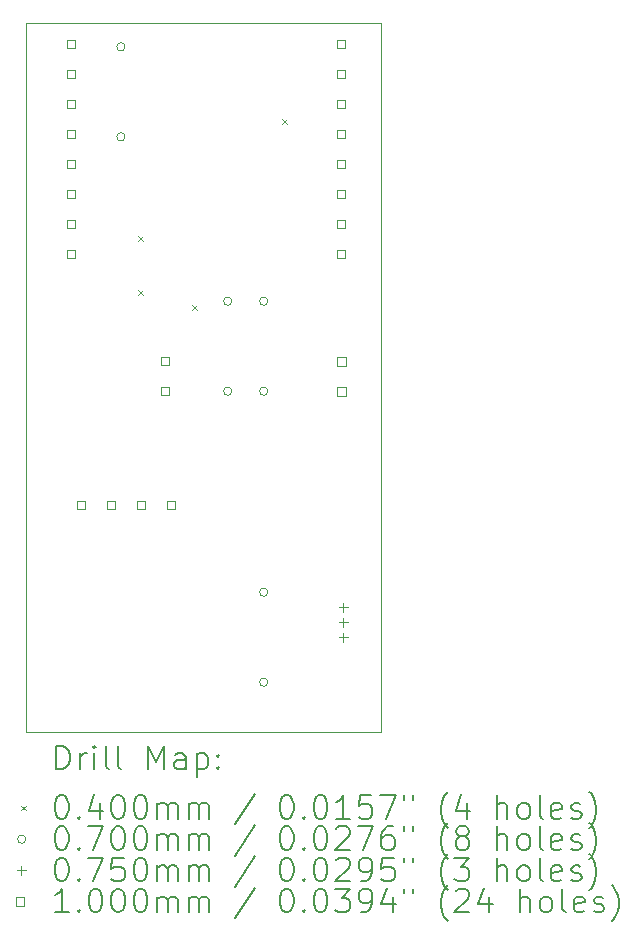
<source format=gbr>
%TF.GenerationSoftware,KiCad,Pcbnew,(6.0.9)*%
%TF.CreationDate,2023-04-16T11:33:18+02:00*%
%TF.ProjectId,PCB_zavrsni,5043425f-7a61-4767-9273-6e692e6b6963,rev?*%
%TF.SameCoordinates,Original*%
%TF.FileFunction,Drillmap*%
%TF.FilePolarity,Positive*%
%FSLAX45Y45*%
G04 Gerber Fmt 4.5, Leading zero omitted, Abs format (unit mm)*
G04 Created by KiCad (PCBNEW (6.0.9)) date 2023-04-16 11:33:18*
%MOMM*%
%LPD*%
G01*
G04 APERTURE LIST*
%ADD10C,0.100000*%
%ADD11C,0.200000*%
%ADD12C,0.040000*%
%ADD13C,0.070000*%
%ADD14C,0.075000*%
G04 APERTURE END LIST*
D10*
X19200000Y-4250000D02*
X22200000Y-4250000D01*
X22200000Y-4250000D02*
X22200000Y-10250000D01*
X22200000Y-10250000D02*
X19200000Y-10250000D01*
X19200000Y-10250000D02*
X19200000Y-4250000D01*
D11*
D12*
X20147600Y-6050600D02*
X20187600Y-6090600D01*
X20187600Y-6050600D02*
X20147600Y-6090600D01*
X20147600Y-6507800D02*
X20187600Y-6547800D01*
X20187600Y-6507800D02*
X20147600Y-6547800D01*
X20604800Y-6634800D02*
X20644800Y-6674800D01*
X20644800Y-6634800D02*
X20604800Y-6674800D01*
X21366800Y-5060000D02*
X21406800Y-5100000D01*
X21406800Y-5060000D02*
X21366800Y-5100000D01*
D13*
X20035000Y-4450000D02*
G75*
G03*
X20035000Y-4450000I-35000J0D01*
G01*
X20035000Y-5212000D02*
G75*
G03*
X20035000Y-5212000I-35000J0D01*
G01*
X20939200Y-6604000D02*
G75*
G03*
X20939200Y-6604000I-35000J0D01*
G01*
X20939200Y-7366000D02*
G75*
G03*
X20939200Y-7366000I-35000J0D01*
G01*
X21244000Y-6604000D02*
G75*
G03*
X21244000Y-6604000I-35000J0D01*
G01*
X21244000Y-7366000D02*
G75*
G03*
X21244000Y-7366000I-35000J0D01*
G01*
X21244000Y-9067800D02*
G75*
G03*
X21244000Y-9067800I-35000J0D01*
G01*
X21244000Y-9829800D02*
G75*
G03*
X21244000Y-9829800I-35000J0D01*
G01*
D14*
X21884200Y-9157300D02*
X21884200Y-9232300D01*
X21846700Y-9194800D02*
X21921700Y-9194800D01*
X21884200Y-9284300D02*
X21884200Y-9359300D01*
X21846700Y-9321800D02*
X21921700Y-9321800D01*
X21884200Y-9411300D02*
X21884200Y-9486300D01*
X21846700Y-9448800D02*
X21921700Y-9448800D01*
D10*
X19610356Y-4460356D02*
X19610356Y-4389644D01*
X19539644Y-4389644D01*
X19539644Y-4460356D01*
X19610356Y-4460356D01*
X19610356Y-4714356D02*
X19610356Y-4643644D01*
X19539644Y-4643644D01*
X19539644Y-4714356D01*
X19610356Y-4714356D01*
X19610356Y-4968356D02*
X19610356Y-4897644D01*
X19539644Y-4897644D01*
X19539644Y-4968356D01*
X19610356Y-4968356D01*
X19610356Y-5222356D02*
X19610356Y-5151644D01*
X19539644Y-5151644D01*
X19539644Y-5222356D01*
X19610356Y-5222356D01*
X19610356Y-5476356D02*
X19610356Y-5405644D01*
X19539644Y-5405644D01*
X19539644Y-5476356D01*
X19610356Y-5476356D01*
X19610356Y-5730356D02*
X19610356Y-5659644D01*
X19539644Y-5659644D01*
X19539644Y-5730356D01*
X19610356Y-5730356D01*
X19610356Y-5984356D02*
X19610356Y-5913644D01*
X19539644Y-5913644D01*
X19539644Y-5984356D01*
X19610356Y-5984356D01*
X19610356Y-6238356D02*
X19610356Y-6167644D01*
X19539644Y-6167644D01*
X19539644Y-6238356D01*
X19610356Y-6238356D01*
X19699956Y-8362856D02*
X19699956Y-8292144D01*
X19629244Y-8292144D01*
X19629244Y-8362856D01*
X19699956Y-8362856D01*
X19953956Y-8362856D02*
X19953956Y-8292144D01*
X19883244Y-8292144D01*
X19883244Y-8362856D01*
X19953956Y-8362856D01*
X20207956Y-8362856D02*
X20207956Y-8292144D01*
X20137244Y-8292144D01*
X20137244Y-8362856D01*
X20207956Y-8362856D01*
X20411156Y-7145356D02*
X20411156Y-7074644D01*
X20340444Y-7074644D01*
X20340444Y-7145356D01*
X20411156Y-7145356D01*
X20411156Y-7399356D02*
X20411156Y-7328644D01*
X20340444Y-7328644D01*
X20340444Y-7399356D01*
X20411156Y-7399356D01*
X20461956Y-8362856D02*
X20461956Y-8292144D01*
X20391244Y-8292144D01*
X20391244Y-8362856D01*
X20461956Y-8362856D01*
X21896356Y-4460356D02*
X21896356Y-4389644D01*
X21825644Y-4389644D01*
X21825644Y-4460356D01*
X21896356Y-4460356D01*
X21896356Y-4714356D02*
X21896356Y-4643644D01*
X21825644Y-4643644D01*
X21825644Y-4714356D01*
X21896356Y-4714356D01*
X21896356Y-4968356D02*
X21896356Y-4897644D01*
X21825644Y-4897644D01*
X21825644Y-4968356D01*
X21896356Y-4968356D01*
X21896356Y-5222356D02*
X21896356Y-5151644D01*
X21825644Y-5151644D01*
X21825644Y-5222356D01*
X21896356Y-5222356D01*
X21896356Y-5476356D02*
X21896356Y-5405644D01*
X21825644Y-5405644D01*
X21825644Y-5476356D01*
X21896356Y-5476356D01*
X21896356Y-5730356D02*
X21896356Y-5659644D01*
X21825644Y-5659644D01*
X21825644Y-5730356D01*
X21896356Y-5730356D01*
X21896356Y-5984356D02*
X21896356Y-5913644D01*
X21825644Y-5913644D01*
X21825644Y-5984356D01*
X21896356Y-5984356D01*
X21896356Y-6238356D02*
X21896356Y-6167644D01*
X21825644Y-6167644D01*
X21825644Y-6238356D01*
X21896356Y-6238356D01*
X21904756Y-7149356D02*
X21904756Y-7078644D01*
X21834044Y-7078644D01*
X21834044Y-7149356D01*
X21904756Y-7149356D01*
X21904756Y-7403356D02*
X21904756Y-7332644D01*
X21834044Y-7332644D01*
X21834044Y-7403356D01*
X21904756Y-7403356D01*
D11*
X19452619Y-10565476D02*
X19452619Y-10365476D01*
X19500238Y-10365476D01*
X19528810Y-10375000D01*
X19547857Y-10394048D01*
X19557381Y-10413095D01*
X19566905Y-10451190D01*
X19566905Y-10479762D01*
X19557381Y-10517857D01*
X19547857Y-10536905D01*
X19528810Y-10555952D01*
X19500238Y-10565476D01*
X19452619Y-10565476D01*
X19652619Y-10565476D02*
X19652619Y-10432143D01*
X19652619Y-10470238D02*
X19662143Y-10451190D01*
X19671667Y-10441667D01*
X19690714Y-10432143D01*
X19709762Y-10432143D01*
X19776429Y-10565476D02*
X19776429Y-10432143D01*
X19776429Y-10365476D02*
X19766905Y-10375000D01*
X19776429Y-10384524D01*
X19785952Y-10375000D01*
X19776429Y-10365476D01*
X19776429Y-10384524D01*
X19900238Y-10565476D02*
X19881190Y-10555952D01*
X19871667Y-10536905D01*
X19871667Y-10365476D01*
X20005000Y-10565476D02*
X19985952Y-10555952D01*
X19976429Y-10536905D01*
X19976429Y-10365476D01*
X20233571Y-10565476D02*
X20233571Y-10365476D01*
X20300238Y-10508333D01*
X20366905Y-10365476D01*
X20366905Y-10565476D01*
X20547857Y-10565476D02*
X20547857Y-10460714D01*
X20538333Y-10441667D01*
X20519286Y-10432143D01*
X20481190Y-10432143D01*
X20462143Y-10441667D01*
X20547857Y-10555952D02*
X20528810Y-10565476D01*
X20481190Y-10565476D01*
X20462143Y-10555952D01*
X20452619Y-10536905D01*
X20452619Y-10517857D01*
X20462143Y-10498810D01*
X20481190Y-10489286D01*
X20528810Y-10489286D01*
X20547857Y-10479762D01*
X20643095Y-10432143D02*
X20643095Y-10632143D01*
X20643095Y-10441667D02*
X20662143Y-10432143D01*
X20700238Y-10432143D01*
X20719286Y-10441667D01*
X20728810Y-10451190D01*
X20738333Y-10470238D01*
X20738333Y-10527381D01*
X20728810Y-10546429D01*
X20719286Y-10555952D01*
X20700238Y-10565476D01*
X20662143Y-10565476D01*
X20643095Y-10555952D01*
X20824048Y-10546429D02*
X20833571Y-10555952D01*
X20824048Y-10565476D01*
X20814524Y-10555952D01*
X20824048Y-10546429D01*
X20824048Y-10565476D01*
X20824048Y-10441667D02*
X20833571Y-10451190D01*
X20824048Y-10460714D01*
X20814524Y-10451190D01*
X20824048Y-10441667D01*
X20824048Y-10460714D01*
D12*
X19155000Y-10875000D02*
X19195000Y-10915000D01*
X19195000Y-10875000D02*
X19155000Y-10915000D01*
D11*
X19490714Y-10785476D02*
X19509762Y-10785476D01*
X19528810Y-10795000D01*
X19538333Y-10804524D01*
X19547857Y-10823571D01*
X19557381Y-10861667D01*
X19557381Y-10909286D01*
X19547857Y-10947381D01*
X19538333Y-10966429D01*
X19528810Y-10975952D01*
X19509762Y-10985476D01*
X19490714Y-10985476D01*
X19471667Y-10975952D01*
X19462143Y-10966429D01*
X19452619Y-10947381D01*
X19443095Y-10909286D01*
X19443095Y-10861667D01*
X19452619Y-10823571D01*
X19462143Y-10804524D01*
X19471667Y-10795000D01*
X19490714Y-10785476D01*
X19643095Y-10966429D02*
X19652619Y-10975952D01*
X19643095Y-10985476D01*
X19633571Y-10975952D01*
X19643095Y-10966429D01*
X19643095Y-10985476D01*
X19824048Y-10852143D02*
X19824048Y-10985476D01*
X19776429Y-10775952D02*
X19728810Y-10918810D01*
X19852619Y-10918810D01*
X19966905Y-10785476D02*
X19985952Y-10785476D01*
X20005000Y-10795000D01*
X20014524Y-10804524D01*
X20024048Y-10823571D01*
X20033571Y-10861667D01*
X20033571Y-10909286D01*
X20024048Y-10947381D01*
X20014524Y-10966429D01*
X20005000Y-10975952D01*
X19985952Y-10985476D01*
X19966905Y-10985476D01*
X19947857Y-10975952D01*
X19938333Y-10966429D01*
X19928810Y-10947381D01*
X19919286Y-10909286D01*
X19919286Y-10861667D01*
X19928810Y-10823571D01*
X19938333Y-10804524D01*
X19947857Y-10795000D01*
X19966905Y-10785476D01*
X20157381Y-10785476D02*
X20176429Y-10785476D01*
X20195476Y-10795000D01*
X20205000Y-10804524D01*
X20214524Y-10823571D01*
X20224048Y-10861667D01*
X20224048Y-10909286D01*
X20214524Y-10947381D01*
X20205000Y-10966429D01*
X20195476Y-10975952D01*
X20176429Y-10985476D01*
X20157381Y-10985476D01*
X20138333Y-10975952D01*
X20128810Y-10966429D01*
X20119286Y-10947381D01*
X20109762Y-10909286D01*
X20109762Y-10861667D01*
X20119286Y-10823571D01*
X20128810Y-10804524D01*
X20138333Y-10795000D01*
X20157381Y-10785476D01*
X20309762Y-10985476D02*
X20309762Y-10852143D01*
X20309762Y-10871190D02*
X20319286Y-10861667D01*
X20338333Y-10852143D01*
X20366905Y-10852143D01*
X20385952Y-10861667D01*
X20395476Y-10880714D01*
X20395476Y-10985476D01*
X20395476Y-10880714D02*
X20405000Y-10861667D01*
X20424048Y-10852143D01*
X20452619Y-10852143D01*
X20471667Y-10861667D01*
X20481190Y-10880714D01*
X20481190Y-10985476D01*
X20576429Y-10985476D02*
X20576429Y-10852143D01*
X20576429Y-10871190D02*
X20585952Y-10861667D01*
X20605000Y-10852143D01*
X20633571Y-10852143D01*
X20652619Y-10861667D01*
X20662143Y-10880714D01*
X20662143Y-10985476D01*
X20662143Y-10880714D02*
X20671667Y-10861667D01*
X20690714Y-10852143D01*
X20719286Y-10852143D01*
X20738333Y-10861667D01*
X20747857Y-10880714D01*
X20747857Y-10985476D01*
X21138333Y-10775952D02*
X20966905Y-11033095D01*
X21395476Y-10785476D02*
X21414524Y-10785476D01*
X21433571Y-10795000D01*
X21443095Y-10804524D01*
X21452619Y-10823571D01*
X21462143Y-10861667D01*
X21462143Y-10909286D01*
X21452619Y-10947381D01*
X21443095Y-10966429D01*
X21433571Y-10975952D01*
X21414524Y-10985476D01*
X21395476Y-10985476D01*
X21376429Y-10975952D01*
X21366905Y-10966429D01*
X21357381Y-10947381D01*
X21347857Y-10909286D01*
X21347857Y-10861667D01*
X21357381Y-10823571D01*
X21366905Y-10804524D01*
X21376429Y-10795000D01*
X21395476Y-10785476D01*
X21547857Y-10966429D02*
X21557381Y-10975952D01*
X21547857Y-10985476D01*
X21538333Y-10975952D01*
X21547857Y-10966429D01*
X21547857Y-10985476D01*
X21681190Y-10785476D02*
X21700238Y-10785476D01*
X21719286Y-10795000D01*
X21728810Y-10804524D01*
X21738333Y-10823571D01*
X21747857Y-10861667D01*
X21747857Y-10909286D01*
X21738333Y-10947381D01*
X21728810Y-10966429D01*
X21719286Y-10975952D01*
X21700238Y-10985476D01*
X21681190Y-10985476D01*
X21662143Y-10975952D01*
X21652619Y-10966429D01*
X21643095Y-10947381D01*
X21633571Y-10909286D01*
X21633571Y-10861667D01*
X21643095Y-10823571D01*
X21652619Y-10804524D01*
X21662143Y-10795000D01*
X21681190Y-10785476D01*
X21938333Y-10985476D02*
X21824048Y-10985476D01*
X21881190Y-10985476D02*
X21881190Y-10785476D01*
X21862143Y-10814048D01*
X21843095Y-10833095D01*
X21824048Y-10842619D01*
X22119286Y-10785476D02*
X22024048Y-10785476D01*
X22014524Y-10880714D01*
X22024048Y-10871190D01*
X22043095Y-10861667D01*
X22090714Y-10861667D01*
X22109762Y-10871190D01*
X22119286Y-10880714D01*
X22128810Y-10899762D01*
X22128810Y-10947381D01*
X22119286Y-10966429D01*
X22109762Y-10975952D01*
X22090714Y-10985476D01*
X22043095Y-10985476D01*
X22024048Y-10975952D01*
X22014524Y-10966429D01*
X22195476Y-10785476D02*
X22328810Y-10785476D01*
X22243095Y-10985476D01*
X22395476Y-10785476D02*
X22395476Y-10823571D01*
X22471667Y-10785476D02*
X22471667Y-10823571D01*
X22766905Y-11061667D02*
X22757381Y-11052143D01*
X22738333Y-11023571D01*
X22728809Y-11004524D01*
X22719286Y-10975952D01*
X22709762Y-10928333D01*
X22709762Y-10890238D01*
X22719286Y-10842619D01*
X22728809Y-10814048D01*
X22738333Y-10795000D01*
X22757381Y-10766429D01*
X22766905Y-10756905D01*
X22928809Y-10852143D02*
X22928809Y-10985476D01*
X22881190Y-10775952D02*
X22833571Y-10918810D01*
X22957381Y-10918810D01*
X23185952Y-10985476D02*
X23185952Y-10785476D01*
X23271667Y-10985476D02*
X23271667Y-10880714D01*
X23262143Y-10861667D01*
X23243095Y-10852143D01*
X23214524Y-10852143D01*
X23195476Y-10861667D01*
X23185952Y-10871190D01*
X23395476Y-10985476D02*
X23376428Y-10975952D01*
X23366905Y-10966429D01*
X23357381Y-10947381D01*
X23357381Y-10890238D01*
X23366905Y-10871190D01*
X23376428Y-10861667D01*
X23395476Y-10852143D01*
X23424048Y-10852143D01*
X23443095Y-10861667D01*
X23452619Y-10871190D01*
X23462143Y-10890238D01*
X23462143Y-10947381D01*
X23452619Y-10966429D01*
X23443095Y-10975952D01*
X23424048Y-10985476D01*
X23395476Y-10985476D01*
X23576428Y-10985476D02*
X23557381Y-10975952D01*
X23547857Y-10956905D01*
X23547857Y-10785476D01*
X23728809Y-10975952D02*
X23709762Y-10985476D01*
X23671667Y-10985476D01*
X23652619Y-10975952D01*
X23643095Y-10956905D01*
X23643095Y-10880714D01*
X23652619Y-10861667D01*
X23671667Y-10852143D01*
X23709762Y-10852143D01*
X23728809Y-10861667D01*
X23738333Y-10880714D01*
X23738333Y-10899762D01*
X23643095Y-10918810D01*
X23814524Y-10975952D02*
X23833571Y-10985476D01*
X23871667Y-10985476D01*
X23890714Y-10975952D01*
X23900238Y-10956905D01*
X23900238Y-10947381D01*
X23890714Y-10928333D01*
X23871667Y-10918810D01*
X23843095Y-10918810D01*
X23824048Y-10909286D01*
X23814524Y-10890238D01*
X23814524Y-10880714D01*
X23824048Y-10861667D01*
X23843095Y-10852143D01*
X23871667Y-10852143D01*
X23890714Y-10861667D01*
X23966905Y-11061667D02*
X23976428Y-11052143D01*
X23995476Y-11023571D01*
X24005000Y-11004524D01*
X24014524Y-10975952D01*
X24024048Y-10928333D01*
X24024048Y-10890238D01*
X24014524Y-10842619D01*
X24005000Y-10814048D01*
X23995476Y-10795000D01*
X23976428Y-10766429D01*
X23966905Y-10756905D01*
D13*
X19195000Y-11159000D02*
G75*
G03*
X19195000Y-11159000I-35000J0D01*
G01*
D11*
X19490714Y-11049476D02*
X19509762Y-11049476D01*
X19528810Y-11059000D01*
X19538333Y-11068524D01*
X19547857Y-11087571D01*
X19557381Y-11125667D01*
X19557381Y-11173286D01*
X19547857Y-11211381D01*
X19538333Y-11230428D01*
X19528810Y-11239952D01*
X19509762Y-11249476D01*
X19490714Y-11249476D01*
X19471667Y-11239952D01*
X19462143Y-11230428D01*
X19452619Y-11211381D01*
X19443095Y-11173286D01*
X19443095Y-11125667D01*
X19452619Y-11087571D01*
X19462143Y-11068524D01*
X19471667Y-11059000D01*
X19490714Y-11049476D01*
X19643095Y-11230428D02*
X19652619Y-11239952D01*
X19643095Y-11249476D01*
X19633571Y-11239952D01*
X19643095Y-11230428D01*
X19643095Y-11249476D01*
X19719286Y-11049476D02*
X19852619Y-11049476D01*
X19766905Y-11249476D01*
X19966905Y-11049476D02*
X19985952Y-11049476D01*
X20005000Y-11059000D01*
X20014524Y-11068524D01*
X20024048Y-11087571D01*
X20033571Y-11125667D01*
X20033571Y-11173286D01*
X20024048Y-11211381D01*
X20014524Y-11230428D01*
X20005000Y-11239952D01*
X19985952Y-11249476D01*
X19966905Y-11249476D01*
X19947857Y-11239952D01*
X19938333Y-11230428D01*
X19928810Y-11211381D01*
X19919286Y-11173286D01*
X19919286Y-11125667D01*
X19928810Y-11087571D01*
X19938333Y-11068524D01*
X19947857Y-11059000D01*
X19966905Y-11049476D01*
X20157381Y-11049476D02*
X20176429Y-11049476D01*
X20195476Y-11059000D01*
X20205000Y-11068524D01*
X20214524Y-11087571D01*
X20224048Y-11125667D01*
X20224048Y-11173286D01*
X20214524Y-11211381D01*
X20205000Y-11230428D01*
X20195476Y-11239952D01*
X20176429Y-11249476D01*
X20157381Y-11249476D01*
X20138333Y-11239952D01*
X20128810Y-11230428D01*
X20119286Y-11211381D01*
X20109762Y-11173286D01*
X20109762Y-11125667D01*
X20119286Y-11087571D01*
X20128810Y-11068524D01*
X20138333Y-11059000D01*
X20157381Y-11049476D01*
X20309762Y-11249476D02*
X20309762Y-11116143D01*
X20309762Y-11135190D02*
X20319286Y-11125667D01*
X20338333Y-11116143D01*
X20366905Y-11116143D01*
X20385952Y-11125667D01*
X20395476Y-11144714D01*
X20395476Y-11249476D01*
X20395476Y-11144714D02*
X20405000Y-11125667D01*
X20424048Y-11116143D01*
X20452619Y-11116143D01*
X20471667Y-11125667D01*
X20481190Y-11144714D01*
X20481190Y-11249476D01*
X20576429Y-11249476D02*
X20576429Y-11116143D01*
X20576429Y-11135190D02*
X20585952Y-11125667D01*
X20605000Y-11116143D01*
X20633571Y-11116143D01*
X20652619Y-11125667D01*
X20662143Y-11144714D01*
X20662143Y-11249476D01*
X20662143Y-11144714D02*
X20671667Y-11125667D01*
X20690714Y-11116143D01*
X20719286Y-11116143D01*
X20738333Y-11125667D01*
X20747857Y-11144714D01*
X20747857Y-11249476D01*
X21138333Y-11039952D02*
X20966905Y-11297095D01*
X21395476Y-11049476D02*
X21414524Y-11049476D01*
X21433571Y-11059000D01*
X21443095Y-11068524D01*
X21452619Y-11087571D01*
X21462143Y-11125667D01*
X21462143Y-11173286D01*
X21452619Y-11211381D01*
X21443095Y-11230428D01*
X21433571Y-11239952D01*
X21414524Y-11249476D01*
X21395476Y-11249476D01*
X21376429Y-11239952D01*
X21366905Y-11230428D01*
X21357381Y-11211381D01*
X21347857Y-11173286D01*
X21347857Y-11125667D01*
X21357381Y-11087571D01*
X21366905Y-11068524D01*
X21376429Y-11059000D01*
X21395476Y-11049476D01*
X21547857Y-11230428D02*
X21557381Y-11239952D01*
X21547857Y-11249476D01*
X21538333Y-11239952D01*
X21547857Y-11230428D01*
X21547857Y-11249476D01*
X21681190Y-11049476D02*
X21700238Y-11049476D01*
X21719286Y-11059000D01*
X21728810Y-11068524D01*
X21738333Y-11087571D01*
X21747857Y-11125667D01*
X21747857Y-11173286D01*
X21738333Y-11211381D01*
X21728810Y-11230428D01*
X21719286Y-11239952D01*
X21700238Y-11249476D01*
X21681190Y-11249476D01*
X21662143Y-11239952D01*
X21652619Y-11230428D01*
X21643095Y-11211381D01*
X21633571Y-11173286D01*
X21633571Y-11125667D01*
X21643095Y-11087571D01*
X21652619Y-11068524D01*
X21662143Y-11059000D01*
X21681190Y-11049476D01*
X21824048Y-11068524D02*
X21833571Y-11059000D01*
X21852619Y-11049476D01*
X21900238Y-11049476D01*
X21919286Y-11059000D01*
X21928810Y-11068524D01*
X21938333Y-11087571D01*
X21938333Y-11106619D01*
X21928810Y-11135190D01*
X21814524Y-11249476D01*
X21938333Y-11249476D01*
X22005000Y-11049476D02*
X22138333Y-11049476D01*
X22052619Y-11249476D01*
X22300238Y-11049476D02*
X22262143Y-11049476D01*
X22243095Y-11059000D01*
X22233571Y-11068524D01*
X22214524Y-11097095D01*
X22205000Y-11135190D01*
X22205000Y-11211381D01*
X22214524Y-11230428D01*
X22224048Y-11239952D01*
X22243095Y-11249476D01*
X22281190Y-11249476D01*
X22300238Y-11239952D01*
X22309762Y-11230428D01*
X22319286Y-11211381D01*
X22319286Y-11163762D01*
X22309762Y-11144714D01*
X22300238Y-11135190D01*
X22281190Y-11125667D01*
X22243095Y-11125667D01*
X22224048Y-11135190D01*
X22214524Y-11144714D01*
X22205000Y-11163762D01*
X22395476Y-11049476D02*
X22395476Y-11087571D01*
X22471667Y-11049476D02*
X22471667Y-11087571D01*
X22766905Y-11325667D02*
X22757381Y-11316143D01*
X22738333Y-11287571D01*
X22728809Y-11268524D01*
X22719286Y-11239952D01*
X22709762Y-11192333D01*
X22709762Y-11154238D01*
X22719286Y-11106619D01*
X22728809Y-11078048D01*
X22738333Y-11059000D01*
X22757381Y-11030429D01*
X22766905Y-11020905D01*
X22871667Y-11135190D02*
X22852619Y-11125667D01*
X22843095Y-11116143D01*
X22833571Y-11097095D01*
X22833571Y-11087571D01*
X22843095Y-11068524D01*
X22852619Y-11059000D01*
X22871667Y-11049476D01*
X22909762Y-11049476D01*
X22928809Y-11059000D01*
X22938333Y-11068524D01*
X22947857Y-11087571D01*
X22947857Y-11097095D01*
X22938333Y-11116143D01*
X22928809Y-11125667D01*
X22909762Y-11135190D01*
X22871667Y-11135190D01*
X22852619Y-11144714D01*
X22843095Y-11154238D01*
X22833571Y-11173286D01*
X22833571Y-11211381D01*
X22843095Y-11230428D01*
X22852619Y-11239952D01*
X22871667Y-11249476D01*
X22909762Y-11249476D01*
X22928809Y-11239952D01*
X22938333Y-11230428D01*
X22947857Y-11211381D01*
X22947857Y-11173286D01*
X22938333Y-11154238D01*
X22928809Y-11144714D01*
X22909762Y-11135190D01*
X23185952Y-11249476D02*
X23185952Y-11049476D01*
X23271667Y-11249476D02*
X23271667Y-11144714D01*
X23262143Y-11125667D01*
X23243095Y-11116143D01*
X23214524Y-11116143D01*
X23195476Y-11125667D01*
X23185952Y-11135190D01*
X23395476Y-11249476D02*
X23376428Y-11239952D01*
X23366905Y-11230428D01*
X23357381Y-11211381D01*
X23357381Y-11154238D01*
X23366905Y-11135190D01*
X23376428Y-11125667D01*
X23395476Y-11116143D01*
X23424048Y-11116143D01*
X23443095Y-11125667D01*
X23452619Y-11135190D01*
X23462143Y-11154238D01*
X23462143Y-11211381D01*
X23452619Y-11230428D01*
X23443095Y-11239952D01*
X23424048Y-11249476D01*
X23395476Y-11249476D01*
X23576428Y-11249476D02*
X23557381Y-11239952D01*
X23547857Y-11220905D01*
X23547857Y-11049476D01*
X23728809Y-11239952D02*
X23709762Y-11249476D01*
X23671667Y-11249476D01*
X23652619Y-11239952D01*
X23643095Y-11220905D01*
X23643095Y-11144714D01*
X23652619Y-11125667D01*
X23671667Y-11116143D01*
X23709762Y-11116143D01*
X23728809Y-11125667D01*
X23738333Y-11144714D01*
X23738333Y-11163762D01*
X23643095Y-11182810D01*
X23814524Y-11239952D02*
X23833571Y-11249476D01*
X23871667Y-11249476D01*
X23890714Y-11239952D01*
X23900238Y-11220905D01*
X23900238Y-11211381D01*
X23890714Y-11192333D01*
X23871667Y-11182810D01*
X23843095Y-11182810D01*
X23824048Y-11173286D01*
X23814524Y-11154238D01*
X23814524Y-11144714D01*
X23824048Y-11125667D01*
X23843095Y-11116143D01*
X23871667Y-11116143D01*
X23890714Y-11125667D01*
X23966905Y-11325667D02*
X23976428Y-11316143D01*
X23995476Y-11287571D01*
X24005000Y-11268524D01*
X24014524Y-11239952D01*
X24024048Y-11192333D01*
X24024048Y-11154238D01*
X24014524Y-11106619D01*
X24005000Y-11078048D01*
X23995476Y-11059000D01*
X23976428Y-11030429D01*
X23966905Y-11020905D01*
D14*
X19157500Y-11385500D02*
X19157500Y-11460500D01*
X19120000Y-11423000D02*
X19195000Y-11423000D01*
D11*
X19490714Y-11313476D02*
X19509762Y-11313476D01*
X19528810Y-11323000D01*
X19538333Y-11332524D01*
X19547857Y-11351571D01*
X19557381Y-11389667D01*
X19557381Y-11437286D01*
X19547857Y-11475381D01*
X19538333Y-11494428D01*
X19528810Y-11503952D01*
X19509762Y-11513476D01*
X19490714Y-11513476D01*
X19471667Y-11503952D01*
X19462143Y-11494428D01*
X19452619Y-11475381D01*
X19443095Y-11437286D01*
X19443095Y-11389667D01*
X19452619Y-11351571D01*
X19462143Y-11332524D01*
X19471667Y-11323000D01*
X19490714Y-11313476D01*
X19643095Y-11494428D02*
X19652619Y-11503952D01*
X19643095Y-11513476D01*
X19633571Y-11503952D01*
X19643095Y-11494428D01*
X19643095Y-11513476D01*
X19719286Y-11313476D02*
X19852619Y-11313476D01*
X19766905Y-11513476D01*
X20024048Y-11313476D02*
X19928810Y-11313476D01*
X19919286Y-11408714D01*
X19928810Y-11399190D01*
X19947857Y-11389667D01*
X19995476Y-11389667D01*
X20014524Y-11399190D01*
X20024048Y-11408714D01*
X20033571Y-11427762D01*
X20033571Y-11475381D01*
X20024048Y-11494428D01*
X20014524Y-11503952D01*
X19995476Y-11513476D01*
X19947857Y-11513476D01*
X19928810Y-11503952D01*
X19919286Y-11494428D01*
X20157381Y-11313476D02*
X20176429Y-11313476D01*
X20195476Y-11323000D01*
X20205000Y-11332524D01*
X20214524Y-11351571D01*
X20224048Y-11389667D01*
X20224048Y-11437286D01*
X20214524Y-11475381D01*
X20205000Y-11494428D01*
X20195476Y-11503952D01*
X20176429Y-11513476D01*
X20157381Y-11513476D01*
X20138333Y-11503952D01*
X20128810Y-11494428D01*
X20119286Y-11475381D01*
X20109762Y-11437286D01*
X20109762Y-11389667D01*
X20119286Y-11351571D01*
X20128810Y-11332524D01*
X20138333Y-11323000D01*
X20157381Y-11313476D01*
X20309762Y-11513476D02*
X20309762Y-11380143D01*
X20309762Y-11399190D02*
X20319286Y-11389667D01*
X20338333Y-11380143D01*
X20366905Y-11380143D01*
X20385952Y-11389667D01*
X20395476Y-11408714D01*
X20395476Y-11513476D01*
X20395476Y-11408714D02*
X20405000Y-11389667D01*
X20424048Y-11380143D01*
X20452619Y-11380143D01*
X20471667Y-11389667D01*
X20481190Y-11408714D01*
X20481190Y-11513476D01*
X20576429Y-11513476D02*
X20576429Y-11380143D01*
X20576429Y-11399190D02*
X20585952Y-11389667D01*
X20605000Y-11380143D01*
X20633571Y-11380143D01*
X20652619Y-11389667D01*
X20662143Y-11408714D01*
X20662143Y-11513476D01*
X20662143Y-11408714D02*
X20671667Y-11389667D01*
X20690714Y-11380143D01*
X20719286Y-11380143D01*
X20738333Y-11389667D01*
X20747857Y-11408714D01*
X20747857Y-11513476D01*
X21138333Y-11303952D02*
X20966905Y-11561095D01*
X21395476Y-11313476D02*
X21414524Y-11313476D01*
X21433571Y-11323000D01*
X21443095Y-11332524D01*
X21452619Y-11351571D01*
X21462143Y-11389667D01*
X21462143Y-11437286D01*
X21452619Y-11475381D01*
X21443095Y-11494428D01*
X21433571Y-11503952D01*
X21414524Y-11513476D01*
X21395476Y-11513476D01*
X21376429Y-11503952D01*
X21366905Y-11494428D01*
X21357381Y-11475381D01*
X21347857Y-11437286D01*
X21347857Y-11389667D01*
X21357381Y-11351571D01*
X21366905Y-11332524D01*
X21376429Y-11323000D01*
X21395476Y-11313476D01*
X21547857Y-11494428D02*
X21557381Y-11503952D01*
X21547857Y-11513476D01*
X21538333Y-11503952D01*
X21547857Y-11494428D01*
X21547857Y-11513476D01*
X21681190Y-11313476D02*
X21700238Y-11313476D01*
X21719286Y-11323000D01*
X21728810Y-11332524D01*
X21738333Y-11351571D01*
X21747857Y-11389667D01*
X21747857Y-11437286D01*
X21738333Y-11475381D01*
X21728810Y-11494428D01*
X21719286Y-11503952D01*
X21700238Y-11513476D01*
X21681190Y-11513476D01*
X21662143Y-11503952D01*
X21652619Y-11494428D01*
X21643095Y-11475381D01*
X21633571Y-11437286D01*
X21633571Y-11389667D01*
X21643095Y-11351571D01*
X21652619Y-11332524D01*
X21662143Y-11323000D01*
X21681190Y-11313476D01*
X21824048Y-11332524D02*
X21833571Y-11323000D01*
X21852619Y-11313476D01*
X21900238Y-11313476D01*
X21919286Y-11323000D01*
X21928810Y-11332524D01*
X21938333Y-11351571D01*
X21938333Y-11370619D01*
X21928810Y-11399190D01*
X21814524Y-11513476D01*
X21938333Y-11513476D01*
X22033571Y-11513476D02*
X22071667Y-11513476D01*
X22090714Y-11503952D01*
X22100238Y-11494428D01*
X22119286Y-11465857D01*
X22128810Y-11427762D01*
X22128810Y-11351571D01*
X22119286Y-11332524D01*
X22109762Y-11323000D01*
X22090714Y-11313476D01*
X22052619Y-11313476D01*
X22033571Y-11323000D01*
X22024048Y-11332524D01*
X22014524Y-11351571D01*
X22014524Y-11399190D01*
X22024048Y-11418238D01*
X22033571Y-11427762D01*
X22052619Y-11437286D01*
X22090714Y-11437286D01*
X22109762Y-11427762D01*
X22119286Y-11418238D01*
X22128810Y-11399190D01*
X22309762Y-11313476D02*
X22214524Y-11313476D01*
X22205000Y-11408714D01*
X22214524Y-11399190D01*
X22233571Y-11389667D01*
X22281190Y-11389667D01*
X22300238Y-11399190D01*
X22309762Y-11408714D01*
X22319286Y-11427762D01*
X22319286Y-11475381D01*
X22309762Y-11494428D01*
X22300238Y-11503952D01*
X22281190Y-11513476D01*
X22233571Y-11513476D01*
X22214524Y-11503952D01*
X22205000Y-11494428D01*
X22395476Y-11313476D02*
X22395476Y-11351571D01*
X22471667Y-11313476D02*
X22471667Y-11351571D01*
X22766905Y-11589667D02*
X22757381Y-11580143D01*
X22738333Y-11551571D01*
X22728809Y-11532524D01*
X22719286Y-11503952D01*
X22709762Y-11456333D01*
X22709762Y-11418238D01*
X22719286Y-11370619D01*
X22728809Y-11342048D01*
X22738333Y-11323000D01*
X22757381Y-11294428D01*
X22766905Y-11284905D01*
X22824048Y-11313476D02*
X22947857Y-11313476D01*
X22881190Y-11389667D01*
X22909762Y-11389667D01*
X22928809Y-11399190D01*
X22938333Y-11408714D01*
X22947857Y-11427762D01*
X22947857Y-11475381D01*
X22938333Y-11494428D01*
X22928809Y-11503952D01*
X22909762Y-11513476D01*
X22852619Y-11513476D01*
X22833571Y-11503952D01*
X22824048Y-11494428D01*
X23185952Y-11513476D02*
X23185952Y-11313476D01*
X23271667Y-11513476D02*
X23271667Y-11408714D01*
X23262143Y-11389667D01*
X23243095Y-11380143D01*
X23214524Y-11380143D01*
X23195476Y-11389667D01*
X23185952Y-11399190D01*
X23395476Y-11513476D02*
X23376428Y-11503952D01*
X23366905Y-11494428D01*
X23357381Y-11475381D01*
X23357381Y-11418238D01*
X23366905Y-11399190D01*
X23376428Y-11389667D01*
X23395476Y-11380143D01*
X23424048Y-11380143D01*
X23443095Y-11389667D01*
X23452619Y-11399190D01*
X23462143Y-11418238D01*
X23462143Y-11475381D01*
X23452619Y-11494428D01*
X23443095Y-11503952D01*
X23424048Y-11513476D01*
X23395476Y-11513476D01*
X23576428Y-11513476D02*
X23557381Y-11503952D01*
X23547857Y-11484905D01*
X23547857Y-11313476D01*
X23728809Y-11503952D02*
X23709762Y-11513476D01*
X23671667Y-11513476D01*
X23652619Y-11503952D01*
X23643095Y-11484905D01*
X23643095Y-11408714D01*
X23652619Y-11389667D01*
X23671667Y-11380143D01*
X23709762Y-11380143D01*
X23728809Y-11389667D01*
X23738333Y-11408714D01*
X23738333Y-11427762D01*
X23643095Y-11446809D01*
X23814524Y-11503952D02*
X23833571Y-11513476D01*
X23871667Y-11513476D01*
X23890714Y-11503952D01*
X23900238Y-11484905D01*
X23900238Y-11475381D01*
X23890714Y-11456333D01*
X23871667Y-11446809D01*
X23843095Y-11446809D01*
X23824048Y-11437286D01*
X23814524Y-11418238D01*
X23814524Y-11408714D01*
X23824048Y-11389667D01*
X23843095Y-11380143D01*
X23871667Y-11380143D01*
X23890714Y-11389667D01*
X23966905Y-11589667D02*
X23976428Y-11580143D01*
X23995476Y-11551571D01*
X24005000Y-11532524D01*
X24014524Y-11503952D01*
X24024048Y-11456333D01*
X24024048Y-11418238D01*
X24014524Y-11370619D01*
X24005000Y-11342048D01*
X23995476Y-11323000D01*
X23976428Y-11294428D01*
X23966905Y-11284905D01*
D10*
X19180356Y-11722356D02*
X19180356Y-11651644D01*
X19109644Y-11651644D01*
X19109644Y-11722356D01*
X19180356Y-11722356D01*
D11*
X19557381Y-11777476D02*
X19443095Y-11777476D01*
X19500238Y-11777476D02*
X19500238Y-11577476D01*
X19481190Y-11606048D01*
X19462143Y-11625095D01*
X19443095Y-11634619D01*
X19643095Y-11758428D02*
X19652619Y-11767952D01*
X19643095Y-11777476D01*
X19633571Y-11767952D01*
X19643095Y-11758428D01*
X19643095Y-11777476D01*
X19776429Y-11577476D02*
X19795476Y-11577476D01*
X19814524Y-11587000D01*
X19824048Y-11596524D01*
X19833571Y-11615571D01*
X19843095Y-11653667D01*
X19843095Y-11701286D01*
X19833571Y-11739381D01*
X19824048Y-11758428D01*
X19814524Y-11767952D01*
X19795476Y-11777476D01*
X19776429Y-11777476D01*
X19757381Y-11767952D01*
X19747857Y-11758428D01*
X19738333Y-11739381D01*
X19728810Y-11701286D01*
X19728810Y-11653667D01*
X19738333Y-11615571D01*
X19747857Y-11596524D01*
X19757381Y-11587000D01*
X19776429Y-11577476D01*
X19966905Y-11577476D02*
X19985952Y-11577476D01*
X20005000Y-11587000D01*
X20014524Y-11596524D01*
X20024048Y-11615571D01*
X20033571Y-11653667D01*
X20033571Y-11701286D01*
X20024048Y-11739381D01*
X20014524Y-11758428D01*
X20005000Y-11767952D01*
X19985952Y-11777476D01*
X19966905Y-11777476D01*
X19947857Y-11767952D01*
X19938333Y-11758428D01*
X19928810Y-11739381D01*
X19919286Y-11701286D01*
X19919286Y-11653667D01*
X19928810Y-11615571D01*
X19938333Y-11596524D01*
X19947857Y-11587000D01*
X19966905Y-11577476D01*
X20157381Y-11577476D02*
X20176429Y-11577476D01*
X20195476Y-11587000D01*
X20205000Y-11596524D01*
X20214524Y-11615571D01*
X20224048Y-11653667D01*
X20224048Y-11701286D01*
X20214524Y-11739381D01*
X20205000Y-11758428D01*
X20195476Y-11767952D01*
X20176429Y-11777476D01*
X20157381Y-11777476D01*
X20138333Y-11767952D01*
X20128810Y-11758428D01*
X20119286Y-11739381D01*
X20109762Y-11701286D01*
X20109762Y-11653667D01*
X20119286Y-11615571D01*
X20128810Y-11596524D01*
X20138333Y-11587000D01*
X20157381Y-11577476D01*
X20309762Y-11777476D02*
X20309762Y-11644143D01*
X20309762Y-11663190D02*
X20319286Y-11653667D01*
X20338333Y-11644143D01*
X20366905Y-11644143D01*
X20385952Y-11653667D01*
X20395476Y-11672714D01*
X20395476Y-11777476D01*
X20395476Y-11672714D02*
X20405000Y-11653667D01*
X20424048Y-11644143D01*
X20452619Y-11644143D01*
X20471667Y-11653667D01*
X20481190Y-11672714D01*
X20481190Y-11777476D01*
X20576429Y-11777476D02*
X20576429Y-11644143D01*
X20576429Y-11663190D02*
X20585952Y-11653667D01*
X20605000Y-11644143D01*
X20633571Y-11644143D01*
X20652619Y-11653667D01*
X20662143Y-11672714D01*
X20662143Y-11777476D01*
X20662143Y-11672714D02*
X20671667Y-11653667D01*
X20690714Y-11644143D01*
X20719286Y-11644143D01*
X20738333Y-11653667D01*
X20747857Y-11672714D01*
X20747857Y-11777476D01*
X21138333Y-11567952D02*
X20966905Y-11825095D01*
X21395476Y-11577476D02*
X21414524Y-11577476D01*
X21433571Y-11587000D01*
X21443095Y-11596524D01*
X21452619Y-11615571D01*
X21462143Y-11653667D01*
X21462143Y-11701286D01*
X21452619Y-11739381D01*
X21443095Y-11758428D01*
X21433571Y-11767952D01*
X21414524Y-11777476D01*
X21395476Y-11777476D01*
X21376429Y-11767952D01*
X21366905Y-11758428D01*
X21357381Y-11739381D01*
X21347857Y-11701286D01*
X21347857Y-11653667D01*
X21357381Y-11615571D01*
X21366905Y-11596524D01*
X21376429Y-11587000D01*
X21395476Y-11577476D01*
X21547857Y-11758428D02*
X21557381Y-11767952D01*
X21547857Y-11777476D01*
X21538333Y-11767952D01*
X21547857Y-11758428D01*
X21547857Y-11777476D01*
X21681190Y-11577476D02*
X21700238Y-11577476D01*
X21719286Y-11587000D01*
X21728810Y-11596524D01*
X21738333Y-11615571D01*
X21747857Y-11653667D01*
X21747857Y-11701286D01*
X21738333Y-11739381D01*
X21728810Y-11758428D01*
X21719286Y-11767952D01*
X21700238Y-11777476D01*
X21681190Y-11777476D01*
X21662143Y-11767952D01*
X21652619Y-11758428D01*
X21643095Y-11739381D01*
X21633571Y-11701286D01*
X21633571Y-11653667D01*
X21643095Y-11615571D01*
X21652619Y-11596524D01*
X21662143Y-11587000D01*
X21681190Y-11577476D01*
X21814524Y-11577476D02*
X21938333Y-11577476D01*
X21871667Y-11653667D01*
X21900238Y-11653667D01*
X21919286Y-11663190D01*
X21928810Y-11672714D01*
X21938333Y-11691762D01*
X21938333Y-11739381D01*
X21928810Y-11758428D01*
X21919286Y-11767952D01*
X21900238Y-11777476D01*
X21843095Y-11777476D01*
X21824048Y-11767952D01*
X21814524Y-11758428D01*
X22033571Y-11777476D02*
X22071667Y-11777476D01*
X22090714Y-11767952D01*
X22100238Y-11758428D01*
X22119286Y-11729857D01*
X22128810Y-11691762D01*
X22128810Y-11615571D01*
X22119286Y-11596524D01*
X22109762Y-11587000D01*
X22090714Y-11577476D01*
X22052619Y-11577476D01*
X22033571Y-11587000D01*
X22024048Y-11596524D01*
X22014524Y-11615571D01*
X22014524Y-11663190D01*
X22024048Y-11682238D01*
X22033571Y-11691762D01*
X22052619Y-11701286D01*
X22090714Y-11701286D01*
X22109762Y-11691762D01*
X22119286Y-11682238D01*
X22128810Y-11663190D01*
X22300238Y-11644143D02*
X22300238Y-11777476D01*
X22252619Y-11567952D02*
X22205000Y-11710809D01*
X22328810Y-11710809D01*
X22395476Y-11577476D02*
X22395476Y-11615571D01*
X22471667Y-11577476D02*
X22471667Y-11615571D01*
X22766905Y-11853667D02*
X22757381Y-11844143D01*
X22738333Y-11815571D01*
X22728809Y-11796524D01*
X22719286Y-11767952D01*
X22709762Y-11720333D01*
X22709762Y-11682238D01*
X22719286Y-11634619D01*
X22728809Y-11606048D01*
X22738333Y-11587000D01*
X22757381Y-11558428D01*
X22766905Y-11548905D01*
X22833571Y-11596524D02*
X22843095Y-11587000D01*
X22862143Y-11577476D01*
X22909762Y-11577476D01*
X22928809Y-11587000D01*
X22938333Y-11596524D01*
X22947857Y-11615571D01*
X22947857Y-11634619D01*
X22938333Y-11663190D01*
X22824048Y-11777476D01*
X22947857Y-11777476D01*
X23119286Y-11644143D02*
X23119286Y-11777476D01*
X23071667Y-11567952D02*
X23024048Y-11710809D01*
X23147857Y-11710809D01*
X23376428Y-11777476D02*
X23376428Y-11577476D01*
X23462143Y-11777476D02*
X23462143Y-11672714D01*
X23452619Y-11653667D01*
X23433571Y-11644143D01*
X23405000Y-11644143D01*
X23385952Y-11653667D01*
X23376428Y-11663190D01*
X23585952Y-11777476D02*
X23566905Y-11767952D01*
X23557381Y-11758428D01*
X23547857Y-11739381D01*
X23547857Y-11682238D01*
X23557381Y-11663190D01*
X23566905Y-11653667D01*
X23585952Y-11644143D01*
X23614524Y-11644143D01*
X23633571Y-11653667D01*
X23643095Y-11663190D01*
X23652619Y-11682238D01*
X23652619Y-11739381D01*
X23643095Y-11758428D01*
X23633571Y-11767952D01*
X23614524Y-11777476D01*
X23585952Y-11777476D01*
X23766905Y-11777476D02*
X23747857Y-11767952D01*
X23738333Y-11748905D01*
X23738333Y-11577476D01*
X23919286Y-11767952D02*
X23900238Y-11777476D01*
X23862143Y-11777476D01*
X23843095Y-11767952D01*
X23833571Y-11748905D01*
X23833571Y-11672714D01*
X23843095Y-11653667D01*
X23862143Y-11644143D01*
X23900238Y-11644143D01*
X23919286Y-11653667D01*
X23928809Y-11672714D01*
X23928809Y-11691762D01*
X23833571Y-11710809D01*
X24005000Y-11767952D02*
X24024048Y-11777476D01*
X24062143Y-11777476D01*
X24081190Y-11767952D01*
X24090714Y-11748905D01*
X24090714Y-11739381D01*
X24081190Y-11720333D01*
X24062143Y-11710809D01*
X24033571Y-11710809D01*
X24014524Y-11701286D01*
X24005000Y-11682238D01*
X24005000Y-11672714D01*
X24014524Y-11653667D01*
X24033571Y-11644143D01*
X24062143Y-11644143D01*
X24081190Y-11653667D01*
X24157381Y-11853667D02*
X24166905Y-11844143D01*
X24185952Y-11815571D01*
X24195476Y-11796524D01*
X24205000Y-11767952D01*
X24214524Y-11720333D01*
X24214524Y-11682238D01*
X24205000Y-11634619D01*
X24195476Y-11606048D01*
X24185952Y-11587000D01*
X24166905Y-11558428D01*
X24157381Y-11548905D01*
M02*

</source>
